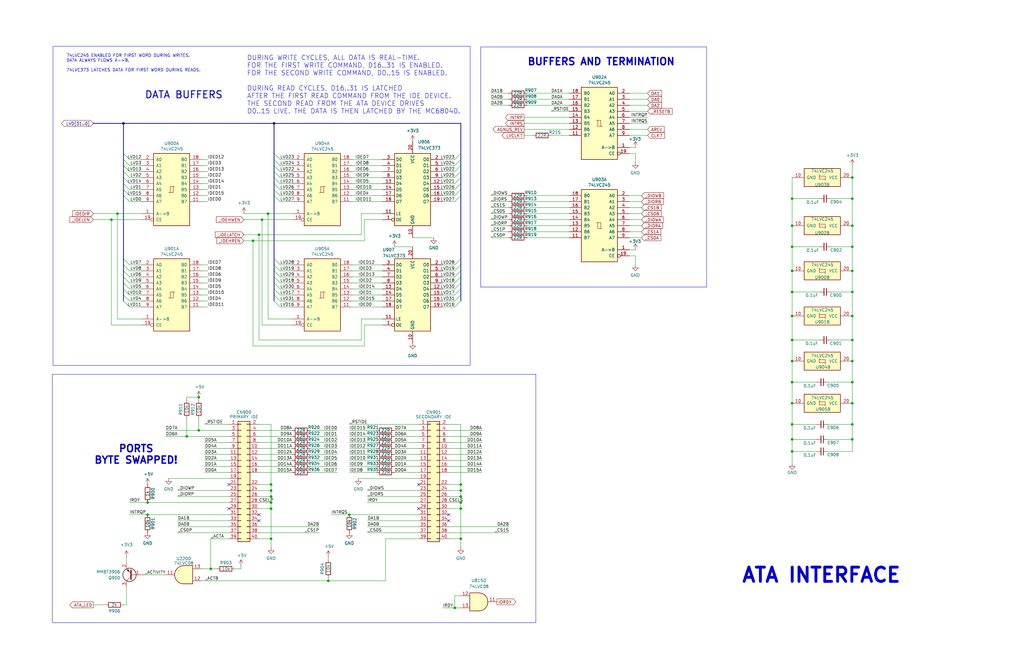
<source format=kicad_sch>
(kicad_sch (version 20231120) (generator "eeschema") (generator_version "8.0")
  (paper "B")
  (title_block (title "AMIGA PCI") (date "2025-07-11") (rev "6.0"))
  (junction (at 334.01 143.51))
  (junction (at 334.01 95.25))
  (junction (at 83.82 181.61))
  (junction (at 109.22 99.06))
  (junction (at 78.74 184.15))
  (junction (at 194.31 214.63))
  (junction (at 191.77 256.54))
  (junction (at 115.57 52.07))
  (junction (at 334.01 83.82))
  (junction (at 334.01 114.3))
  (junction (at 334.01 161.29))
  (junction (at 334.01 133.35))
  (junction (at 46.99 92.71))
  (junction (at 334.01 104.14))
  (junction (at 114.3 214.63))
  (junction (at 62.23 217.17))
  (junction (at 359.41 161.29))
  (junction (at 334.01 179.07))
  (junction (at 194.31 212.09))
  (junction (at 114.3 204.47))
  (junction (at 359.41 170.18))
  (junction (at 359.41 133.35))
  (junction (at 334.01 123.19))
  (junction (at 62.23 212.09))
  (junction (at 334.01 152.4))
  (junction (at 52.07 52.07))
  (junction (at 194.31 207.01))
  (junction (at 334.01 185.42))
  (junction (at 147.32 217.17))
  (junction (at 83.82 167.64))
  (junction (at 359.41 123.19))
  (junction (at 49.53 90.17))
  (junction (at 114.3 207.01))
  (junction (at 359.41 95.25))
  (junction (at 359.41 114.3))
  (junction (at 114.3 227.33))
  (junction (at 138.43 245.11))
  (junction (at 194.31 209.55))
  (junction (at 106.68 101.6))
  (junction (at 114.3 209.55))
  (junction (at 359.41 143.51))
  (junction (at 359.41 104.14))
  (junction (at 194.31 227.33))
  (junction (at 359.41 179.07))
  (junction (at 334.01 190.5))
  (junction (at 334.01 170.18))
  (junction (at 359.41 74.93))
  (junction (at 110.49 92.71))
  (junction (at 114.3 212.09))
  (junction (at 359.41 152.4))
  (junction (at 194.31 204.47))
  (junction (at 359.41 83.82))
  (junction (at 113.03 90.17))
  (junction (at 88.9 240.03))
  (junction (at 359.41 185.42))
  (no_connect (at 109.22 217.17))
  (no_connect (at 109.22 219.71))
  (no_connect (at 176.53 204.47))
  (no_connect (at 189.23 219.71))
  (no_connect (at 189.23 217.17))
  (no_connect (at 96.52 204.47))
  (no_connect (at 176.53 214.63))
  (no_connect (at 96.52 214.63))
  (bus_entry (at 194.31 121.92) (size -2.54 2.54))
  (bus_entry (at 194.31 114.3) (size -2.54 2.54))
  (bus_entry (at 115.57 80.01) (size 2.54 2.54))
  (bus_entry (at 194.31 119.38) (size -2.54 2.54))
  (bus_entry (at 194.31 64.77) (size -2.54 2.54))
  (bus_entry (at 52.07 127) (size 2.54 2.54))
  (bus_entry (at 115.57 124.46) (size 2.54 2.54))
  (bus_entry (at 194.31 116.84) (size -2.54 2.54))
  (bus_entry (at 115.57 82.55) (size 2.54 2.54))
  (bus_entry (at 52.07 72.39) (size 2.54 2.54))
  (bus_entry (at 52.07 114.3) (size 2.54 2.54))
  (bus_entry (at 52.07 121.92) (size 2.54 2.54))
  (bus_entry (at 52.07 119.38) (size 2.54 2.54))
  (bus_entry (at 194.31 67.31) (size -2.54 2.54))
  (bus_entry (at 115.57 127) (size 2.54 2.54))
  (bus_entry (at 115.57 116.84) (size 2.54 2.54))
  (bus_entry (at 52.07 77.47) (size 2.54 2.54))
  (bus_entry (at 194.31 74.93) (size -2.54 2.54))
  (bus_entry (at 115.57 121.92) (size 2.54 2.54))
  (bus_entry (at 52.07 111.76) (size 2.54 2.54))
  (bus_entry (at 194.31 109.22) (size -2.54 2.54))
  (bus_entry (at 52.07 64.77) (size 2.54 2.54))
  (bus_entry (at 115.57 119.38) (size 2.54 2.54))
  (bus_entry (at 194.31 72.39) (size -2.54 2.54))
  (bus_entry (at 115.57 72.39) (size 2.54 2.54))
  (bus_entry (at 115.57 64.77) (size 2.54 2.54))
  (bus_entry (at 194.31 69.85) (size -2.54 2.54))
  (bus_entry (at 115.57 77.47) (size 2.54 2.54))
  (bus_entry (at 115.57 69.85) (size 2.54 2.54))
  (bus_entry (at 115.57 74.93) (size 2.54 2.54))
  (bus_entry (at 115.57 114.3) (size 2.54 2.54))
  (bus_entry (at 194.31 77.47) (size -2.54 2.54))
  (bus_entry (at 52.07 109.22) (size 2.54 2.54))
  (bus_entry (at 194.31 127) (size -2.54 2.54))
  (bus_entry (at 194.31 124.46) (size -2.54 2.54))
  (bus_entry (at 52.07 116.84) (size 2.54 2.54))
  (bus_entry (at 52.07 67.31) (size 2.54 2.54))
  (bus_entry (at 52.07 74.93) (size 2.54 2.54))
  (bus_entry (at 52.07 80.01) (size 2.54 2.54))
  (bus_entry (at 115.57 67.31) (size 2.54 2.54))
  (bus_entry (at 194.31 82.55) (size -2.54 2.54))
  (bus_entry (at 194.31 111.76) (size -2.54 2.54))
  (bus_entry (at 52.07 82.55) (size 2.54 2.54))
  (bus_entry (at 194.31 80.01) (size -2.54 2.54))
  (bus_entry (at 52.07 124.46) (size 2.54 2.54))
  (bus_entry (at 115.57 109.22) (size 2.54 2.54))
  (bus_entry (at 115.57 111.76) (size 2.54 2.54))
  (bus_entry (at 52.07 69.85) (size 2.54 2.54))
  (wire (pts (xy 130.81 181.61) (xy 142.24 181.61)))
  (wire (pts (xy 232.41 46.99) (xy 240.03 46.99)))
  (wire (pts (xy 118.11 127) (xy 123.19 127)))
  (wire (pts (xy 54.61 74.93) (xy 59.69 74.93)))
  (wire (pts (xy 191.77 127) (xy 186.69 127)))
  (wire (pts (xy 222.25 44.45) (xy 240.03 44.45)))
  (wire (pts (xy 78.74 167.64) (xy 83.82 167.64)))
  (wire (pts (xy 222.25 92.71) (xy 240.03 92.71)))
  (wire (pts (xy 86.36 194.31) (xy 96.52 194.31)))
  (wire (pts (xy 222.25 82.55) (xy 240.03 82.55)))
  (wire (pts (xy 189.23 196.85) (xy 203.2 196.85)))
  (wire (pts (xy 54.61 72.39) (xy 59.69 72.39)))
  (bus (pts (xy 52.07 52.07) (xy 39.37 52.07)))
  (wire (pts (xy 359.41 123.19) (xy 359.41 133.35)))
  (wire (pts (xy 54.61 119.38) (xy 59.69 119.38)))
  (wire (pts (xy 87.63 67.31) (xy 85.09 67.31)))
  (wire (pts (xy 191.77 69.85) (xy 186.69 69.85)))
  (wire (pts (xy 334.01 195.58) (xy 334.01 190.5)))
  (wire (pts (xy 118.11 69.85) (xy 123.19 69.85)))
  (wire (pts (xy 78.74 167.64) (xy 78.74 168.91)))
  (wire (pts (xy 151.13 201.93) (xy 176.53 201.93)))
  (wire (pts (xy 87.63 72.39) (xy 85.09 72.39)))
  (bus (pts (xy 194.31 111.76) (xy 194.31 114.3)))
  (wire (pts (xy 220.98 49.53) (xy 240.03 49.53)))
  (wire (pts (xy 49.53 134.62) (xy 59.69 134.62)))
  (wire (pts (xy 359.41 83.82) (xy 350.52 83.82)))
  (wire (pts (xy 87.63 69.85) (xy 85.09 69.85)))
  (wire (pts (xy 130.81 184.15) (xy 142.24 184.15)))
  (wire (pts (xy 265.43 92.71) (xy 270.51 92.71)))
  (wire (pts (xy 69.85 181.61) (xy 83.82 181.61)))
  (wire (pts (xy 334.01 185.42) (xy 334.01 179.07)))
  (wire (pts (xy 207.01 44.45) (xy 214.63 44.45)))
  (bus (pts (xy 115.57 77.47) (xy 115.57 74.93)))
  (bus (pts (xy 194.31 114.3) (xy 194.31 116.84)))
  (wire (pts (xy 138.43 243.84) (xy 138.43 245.11)))
  (wire (pts (xy 173.99 100.33) (xy 182.88 100.33)))
  (bus (pts (xy 115.57 124.46) (xy 115.57 127)))
  (wire (pts (xy 349.25 179.07) (xy 359.41 179.07)))
  (wire (pts (xy 222.25 41.91) (xy 240.03 41.91)))
  (bus (pts (xy 52.07 64.77) (xy 52.07 52.07)))
  (wire (pts (xy 87.63 116.84) (xy 85.09 116.84)))
  (bus (pts (xy 115.57 82.55) (xy 115.57 109.22)))
  (wire (pts (xy 74.93 224.79) (xy 96.52 224.79)))
  (wire (pts (xy 102.87 90.17) (xy 113.03 90.17)))
  (wire (pts (xy 334.01 170.18) (xy 334.01 179.07)))
  (wire (pts (xy 345.44 104.14) (xy 334.01 104.14)))
  (bus (pts (xy 52.07 52.07) (xy 115.57 52.07)))
  (wire (pts (xy 118.11 74.93) (xy 123.19 74.93)))
  (bus (pts (xy 115.57 69.85) (xy 115.57 67.31)))
  (wire (pts (xy 265.43 52.07) (xy 273.05 52.07)))
  (wire (pts (xy 86.36 186.69) (xy 96.52 186.69)))
  (wire (pts (xy 158.75 184.15) (xy 147.32 184.15)))
  (wire (pts (xy 189.23 181.61) (xy 203.2 181.61)))
  (wire (pts (xy 191.77 85.09) (xy 186.69 85.09)))
  (wire (pts (xy 118.11 80.01) (xy 123.19 80.01)))
  (wire (pts (xy 207.01 85.09) (xy 214.63 85.09)))
  (wire (pts (xy 88.9 227.33) (xy 96.52 227.33)))
  (wire (pts (xy 118.11 124.46) (xy 123.19 124.46)))
  (wire (pts (xy 191.77 251.46) (xy 191.77 256.54)))
  (wire (pts (xy 191.77 116.84) (xy 186.69 116.84)))
  (wire (pts (xy 166.37 189.23) (xy 176.53 189.23)))
  (wire (pts (xy 109.22 214.63) (xy 114.3 214.63)))
  (wire (pts (xy 359.41 114.3) (xy 359.41 123.19)))
  (wire (pts (xy 69.85 184.15) (xy 78.74 184.15)))
  (bus (pts (xy 115.57 114.3) (xy 115.57 116.84)))
  (wire (pts (xy 113.03 134.62) (xy 113.03 90.17)))
  (wire (pts (xy 148.59 119.38) (xy 161.29 119.38)))
  (bus (pts (xy 52.07 109.22) (xy 52.07 111.76)))
  (wire (pts (xy 109.22 207.01) (xy 114.3 207.01)))
  (wire (pts (xy 54.61 77.47) (xy 59.69 77.47)))
  (wire (pts (xy 86.36 191.77) (xy 96.52 191.77)))
  (wire (pts (xy 114.3 214.63) (xy 114.3 227.33)))
  (wire (pts (xy 49.53 90.17) (xy 59.69 90.17)))
  (wire (pts (xy 109.22 189.23) (xy 123.19 189.23)))
  (wire (pts (xy 166.37 104.14) (xy 173.99 104.14)))
  (wire (pts (xy 152.4 99.06) (xy 109.22 99.06)))
  (wire (pts (xy 83.82 176.53) (xy 83.82 181.61)))
  (wire (pts (xy 265.43 82.55) (xy 270.51 82.55)))
  (wire (pts (xy 54.61 114.3) (xy 59.69 114.3)))
  (wire (pts (xy 265.43 39.37) (xy 273.05 39.37)))
  (wire (pts (xy 148.59 129.54) (xy 161.29 129.54)))
  (wire (pts (xy 148.59 111.76) (xy 161.29 111.76)))
  (wire (pts (xy 71.12 201.93) (xy 96.52 201.93)))
  (wire (pts (xy 109.22 179.07) (xy 114.3 179.07)))
  (wire (pts (xy 334.01 74.93) (xy 334.01 83.82)))
  (wire (pts (xy 118.11 67.31) (xy 123.19 67.31)))
  (bus (pts (xy 52.07 74.93) (xy 52.07 72.39)))
  (wire (pts (xy 359.41 69.85) (xy 359.41 74.93)))
  (wire (pts (xy 158.75 189.23) (xy 147.32 189.23)))
  (bus (pts (xy 52.07 69.85) (xy 52.07 67.31)))
  (wire (pts (xy 161.29 134.62) (xy 152.4 134.62)))
  (wire (pts (xy 166.37 199.39) (xy 176.53 199.39)))
  (wire (pts (xy 189.23 207.01) (xy 194.31 207.01)))
  (wire (pts (xy 83.82 167.64) (xy 83.82 168.91)))
  (wire (pts (xy 161.29 137.16) (xy 153.67 137.16)))
  (wire (pts (xy 189.23 184.15) (xy 203.2 184.15)))
  (wire (pts (xy 191.77 74.93) (xy 186.69 74.93)))
  (wire (pts (xy 74.93 209.55) (xy 96.52 209.55)))
  (wire (pts (xy 153.67 146.05) (xy 106.68 146.05)))
  (wire (pts (xy 86.36 189.23) (xy 96.52 189.23)))
  (wire (pts (xy 265.43 105.41) (xy 267.97 105.41)))
  (wire (pts (xy 59.69 137.16) (xy 46.99 137.16)))
  (bus (pts (xy 52.07 82.55) (xy 52.07 80.01)))
  (bus (pts (xy 194.31 119.38) (xy 194.31 121.92)))
  (wire (pts (xy 359.41 161.29) (xy 359.41 170.18)))
  (wire (pts (xy 106.68 101.6) (xy 153.67 101.6)))
  (wire (pts (xy 54.61 121.92) (xy 59.69 121.92)))
  (bus (pts (xy 115.57 67.31) (xy 115.57 64.77)))
  (wire (pts (xy 109.22 199.39) (xy 123.19 199.39)))
  (wire (pts (xy 85.09 245.11) (xy 138.43 245.11)))
  (bus (pts (xy 115.57 119.38) (xy 115.57 121.92)))
  (wire (pts (xy 109.22 99.06) (xy 102.87 99.06)))
  (bus (pts (xy 194.31 121.92) (xy 194.31 124.46)))
  (bus (pts (xy 194.31 82.55) (xy 194.31 109.22)))
  (wire (pts (xy 189.23 194.31) (xy 203.2 194.31)))
  (wire (pts (xy 118.11 114.3) (xy 123.19 114.3)))
  (wire (pts (xy 207.01 39.37) (xy 214.63 39.37)))
  (wire (pts (xy 191.77 111.76) (xy 186.69 111.76)))
  (wire (pts (xy 148.59 77.47) (xy 161.29 77.47)))
  (wire (pts (xy 207.01 90.17) (xy 214.63 90.17)))
  (wire (pts (xy 166.37 191.77) (xy 176.53 191.77)))
  (wire (pts (xy 78.74 184.15) (xy 96.52 184.15)))
  (wire (pts (xy 191.77 82.55) (xy 186.69 82.55)))
  (wire (pts (xy 220.98 54.61) (xy 240.03 54.61)))
  (wire (pts (xy 166.37 194.31) (xy 176.53 194.31)))
  (wire (pts (xy 153.67 137.16) (xy 153.67 146.05)))
  (wire (pts (xy 194.31 212.09) (xy 194.31 214.63)))
  (wire (pts (xy 109.22 186.69) (xy 123.19 186.69)))
  (wire (pts (xy 349.25 185.42) (xy 359.41 185.42)))
  (wire (pts (xy 334.01 114.3) (xy 334.01 123.19)))
  (wire (pts (xy 148.59 85.09) (xy 161.29 85.09)))
  (wire (pts (xy 162.56 227.33) (xy 176.53 227.33)))
  (wire (pts (xy 138.43 245.11) (xy 162.56 245.11)))
  (wire (pts (xy 166.37 186.69) (xy 176.53 186.69)))
  (wire (pts (xy 152.4 134.62) (xy 152.4 143.51)))
  (wire (pts (xy 118.11 119.38) (xy 123.19 119.38)))
  (wire (pts (xy 54.61 111.76) (xy 59.69 111.76)))
  (wire (pts (xy 60.96 242.57) (xy 69.85 242.57)))
  (wire (pts (xy 118.11 72.39) (xy 123.19 72.39)))
  (wire (pts (xy 87.63 111.76) (xy 85.09 111.76)))
  (wire (pts (xy 87.63 129.54) (xy 85.09 129.54)))
  (wire (pts (xy 191.77 124.46) (xy 186.69 124.46)))
  (wire (pts (xy 194.31 227.33) (xy 194.31 231.14)))
  (wire (pts (xy 359.41 170.18) (xy 359.41 179.07)))
  (wire (pts (xy 207.01 92.71) (xy 214.63 92.71)))
  (wire (pts (xy 265.43 44.45) (xy 273.05 44.45)))
  (wire (pts (xy 54.61 212.09) (xy 62.23 212.09)))
  (wire (pts (xy 148.59 124.46) (xy 161.29 124.46)))
  (wire (pts (xy 130.81 199.39) (xy 142.24 199.39)))
  (bus (pts (xy 194.31 80.01) (xy 194.31 77.47)))
  (wire (pts (xy 265.43 41.91) (xy 273.05 41.91)))
  (wire (pts (xy 220.98 57.15) (xy 224.79 57.15)))
  (bus (pts (xy 52.07 114.3) (xy 52.07 116.84)))
  (wire (pts (xy 54.61 116.84) (xy 59.69 116.84)))
  (bus (pts (xy 52.07 124.46) (xy 52.07 127)))
  (wire (pts (xy 265.43 95.25) (xy 270.51 95.25)))
  (wire (pts (xy 74.93 219.71) (xy 96.52 219.71)))
  (bus (pts (xy 52.07 116.84) (xy 52.07 119.38)))
  (bus (pts (xy 194.31 109.22) (xy 194.31 111.76)))
  (wire (pts (xy 265.43 49.53) (xy 273.05 49.53)))
  (wire (pts (xy 359.41 152.4) (xy 359.41 161.29)))
  (wire (pts (xy 130.81 186.69) (xy 142.24 186.69)))
  (wire (pts (xy 153.67 101.6) (xy 153.67 92.71)))
  (wire (pts (xy 53.34 234.95) (xy 53.34 237.49)))
  (wire (pts (xy 359.41 74.93) (xy 359.41 83.82)))
  (wire (pts (xy 265.43 62.23) (xy 267.97 62.23)))
  (wire (pts (xy 334.01 95.25) (xy 334.01 104.14)))
  (wire (pts (xy 54.61 127) (xy 59.69 127)))
  (wire (pts (xy 154.94 207.01) (xy 176.53 207.01)))
  (wire (pts (xy 74.93 207.01) (xy 96.52 207.01)))
  (wire (pts (xy 166.37 184.15) (xy 176.53 184.15)))
  (wire (pts (xy 194.31 251.46) (xy 191.77 251.46)))
  (wire (pts (xy 350.52 143.51) (xy 359.41 143.51)))
  (wire (pts (xy 83.82 181.61) (xy 96.52 181.61)))
  (wire (pts (xy 191.77 114.3) (xy 186.69 114.3)))
  (wire (pts (xy 334.01 83.82) (xy 334.01 95.25)))
  (bus (pts (xy 115.57 80.01) (xy 115.57 77.47)))
  (wire (pts (xy 147.32 179.07) (xy 176.53 179.07)))
  (wire (pts (xy 152.4 143.51) (xy 109.22 143.51)))
  (bus (pts (xy 194.31 116.84) (xy 194.31 119.38)))
  (wire (pts (xy 344.17 179.07) (xy 334.01 179.07)))
  (wire (pts (xy 191.77 72.39) (xy 186.69 72.39)))
  (wire (pts (xy 207.01 97.79) (xy 214.63 97.79)))
  (bus (pts (xy 115.57 111.76) (xy 115.57 114.3)))
  (wire (pts (xy 189.23 189.23) (xy 203.2 189.23)))
  (wire (pts (xy 109.22 212.09) (xy 114.3 212.09)))
  (wire (pts (xy 222.25 39.37) (xy 240.03 39.37)))
  (wire (pts (xy 158.75 191.77) (xy 147.32 191.77)))
  (wire (pts (xy 54.61 85.09) (xy 59.69 85.09)))
  (wire (pts (xy 52.07 255.27) (xy 53.34 255.27)))
  (wire (pts (xy 148.59 127) (xy 161.29 127)))
  (bus (pts (xy 194.31 82.55) (xy 194.31 80.01)))
  (wire (pts (xy 138.43 234.95) (xy 138.43 236.22)))
  (wire (pts (xy 189.23 212.09) (xy 194.31 212.09)))
  (wire (pts (xy 62.23 217.17) (xy 96.52 217.17)))
  (bus (pts (xy 115.57 52.07) (xy 194.31 52.07)))
  (wire (pts (xy 87.63 82.55) (xy 85.09 82.55)))
  (wire (pts (xy 334.01 123.19) (xy 334.01 133.35)))
  (wire (pts (xy 189.23 191.77) (xy 203.2 191.77)))
  (wire (pts (xy 154.94 224.79) (xy 176.53 224.79)))
  (wire (pts (xy 114.3 207.01) (xy 114.3 209.55)))
  (wire (pts (xy 109.22 191.77) (xy 123.19 191.77)))
  (wire (pts (xy 87.63 80.01) (xy 85.09 80.01)))
  (wire (pts (xy 189.23 204.47) (xy 194.31 204.47)))
  (wire (pts (xy 207.01 100.33) (xy 214.63 100.33)))
  (wire (pts (xy 114.3 209.55) (xy 114.3 212.09)))
  (wire (pts (xy 101.6 240.03) (xy 99.06 240.03)))
  (wire (pts (xy 152.4 90.17) (xy 152.4 99.06)))
  (wire (pts (xy 54.61 67.31) (xy 59.69 67.31)))
  (bus (pts (xy 115.57 64.77) (xy 115.57 52.07)))
  (wire (pts (xy 110.49 137.16) (xy 110.49 92.71)))
  (wire (pts (xy 359.41 83.82) (xy 359.41 95.25)))
  (wire (pts (xy 130.81 191.77) (xy 142.24 191.77)))
  (bus (pts (xy 194.31 72.39) (xy 194.31 69.85)))
  (wire (pts (xy 87.63 127) (xy 85.09 127)))
  (wire (pts (xy 154.94 219.71) (xy 176.53 219.71)))
  (bus (pts (xy 194.31 74.93) (xy 194.31 72.39)))
  (wire (pts (xy 191.77 67.31) (xy 186.69 67.31)))
  (wire (pts (xy 54.61 124.46) (xy 59.69 124.46)))
  (wire (pts (xy 359.41 95.25) (xy 359.41 104.14)))
  (wire (pts (xy 265.43 54.61) (xy 273.05 54.61)))
  (wire (pts (xy 189.23 214.63) (xy 194.31 214.63)))
  (wire (pts (xy 114.3 212.09) (xy 114.3 214.63)))
  (wire (pts (xy 118.11 121.92) (xy 123.19 121.92)))
  (wire (pts (xy 53.34 255.27) (xy 53.34 247.65)))
  (wire (pts (xy 265.43 57.15) (xy 273.05 57.15)))
  (wire (pts (xy 39.37 92.71) (xy 46.99 92.71)))
  (wire (pts (xy 46.99 137.16) (xy 46.99 92.71)))
  (bus (pts (xy 194.31 77.47) (xy 194.31 74.93)))
  (bus (pts (xy 194.31 67.31) (xy 194.31 64.77)))
  (wire (pts (xy 158.75 199.39) (xy 147.32 199.39)))
  (wire (pts (xy 194.31 204.47) (xy 194.31 207.01)))
  (wire (pts (xy 359.41 185.42) (xy 359.41 190.5)))
  (wire (pts (xy 139.7 217.17) (xy 147.32 217.17)))
  (bus (pts (xy 52.07 72.39) (xy 52.07 69.85)))
  (wire (pts (xy 158.75 181.61) (xy 147.32 181.61)))
  (wire (pts (xy 148.59 67.31) (xy 161.29 67.31)))
  (bus (pts (xy 52.07 111.76) (xy 52.07 114.3)))
  (bus (pts (xy 52.07 82.55) (xy 52.07 109.22)))
  (wire (pts (xy 114.3 179.07) (xy 114.3 204.47)))
  (wire (pts (xy 85.09 240.03) (xy 88.9 240.03)))
  (wire (pts (xy 109.22 227.33) (xy 114.3 227.33)))
  (wire (pts (xy 359.41 143.51) (xy 359.41 152.4)))
  (wire (pts (xy 109.22 181.61) (xy 123.19 181.61)))
  (wire (pts (xy 62.23 212.09) (xy 96.52 212.09)))
  (wire (pts (xy 87.63 85.09) (xy 85.09 85.09)))
  (wire (pts (xy 113.03 90.17) (xy 123.19 90.17)))
  (wire (pts (xy 191.77 77.47) (xy 186.69 77.47)))
  (wire (pts (xy 207.01 41.91) (xy 214.63 41.91)))
  (wire (pts (xy 130.81 196.85) (xy 142.24 196.85)))
  (wire (pts (xy 109.22 209.55) (xy 114.3 209.55)))
  (wire (pts (xy 87.63 124.46) (xy 85.09 124.46)))
  (wire (pts (xy 222.25 85.09) (xy 240.03 85.09)))
  (wire (pts (xy 130.81 194.31) (xy 142.24 194.31)))
  (bus (pts (xy 52.07 77.47) (xy 52.07 74.93)))
  (wire (pts (xy 114.3 227.33) (xy 114.3 231.14)))
  (wire (pts (xy 118.11 111.76) (xy 123.19 111.76)))
  (wire (pts (xy 359.41 104.14) (xy 350.52 104.14)))
  (wire (pts (xy 118.11 77.47) (xy 123.19 77.47)))
  (wire (pts (xy 54.61 69.85) (xy 59.69 69.85)))
  (wire (pts (xy 222.25 100.33) (xy 240.03 100.33)))
  (wire (pts (xy 350.52 123.19) (xy 359.41 123.19)))
  (wire (pts (xy 148.59 80.01) (xy 161.29 80.01)))
  (wire (pts (xy 222.25 95.25) (xy 240.03 95.25)))
  (wire (pts (xy 109.22 184.15) (xy 123.19 184.15)))
  (wire (pts (xy 345.44 123.19) (xy 334.01 123.19)))
  (bus (pts (xy 194.31 124.46) (xy 194.31 127)))
  (wire (pts (xy 118.11 129.54) (xy 123.19 129.54)))
  (wire (pts (xy 344.17 190.5) (xy 334.01 190.5)))
  (wire (pts (xy 222.25 90.17) (xy 240.03 90.17)))
  (wire (pts (xy 191.77 256.54) (xy 194.31 256.54)))
  (wire (pts (xy 191.77 80.01) (xy 186.69 80.01)))
  (wire (pts (xy 87.63 114.3) (xy 85.09 114.3)))
  (bus (pts (xy 52.07 67.31) (xy 52.07 64.77)))
  (wire (pts (xy 222.25 87.63) (xy 240.03 87.63)))
  (wire (pts (xy 207.01 95.25) (xy 214.63 95.25)))
  (wire (pts (xy 222.25 97.79) (xy 240.03 97.79)))
  (wire (pts (xy 207.01 87.63) (xy 214.63 87.63)))
  (wire (pts (xy 267.97 64.77) (xy 265.43 64.77)))
  (bus (pts (xy 115.57 121.92) (xy 115.57 124.46)))
  (bus (pts (xy 115.57 82.55) (xy 115.57 80.01)))
  (wire (pts (xy 46.99 92.71) (xy 59.69 92.71)))
  (wire (pts (xy 87.63 119.38) (xy 85.09 119.38)))
  (wire (pts (xy 109.22 143.51) (xy 109.22 99.06)))
  (wire (pts (xy 189.23 209.55) (xy 194.31 209.55)))
  (wire (pts (xy 154.94 222.25) (xy 176.53 222.25)))
  (wire (pts (xy 162.56 245.11) (xy 162.56 227.33)))
  (wire (pts (xy 110.49 92.71) (xy 123.19 92.71)))
  (wire (pts (xy 189.23 179.07) (xy 194.31 179.07)))
  (bus (pts (xy 52.07 80.01) (xy 52.07 77.47)))
  (wire (pts (xy 359.41 104.14) (xy 359.41 114.3)))
  (wire (pts (xy 265.43 97.79) (xy 270.51 97.79)))
  (wire (pts (xy 189.23 186.69) (xy 203.2 186.69)))
  (wire (pts (xy 78.74 176.53) (xy 78.74 184.15)))
  (bus (pts (xy 52.07 119.38) (xy 52.07 121.92)))
  (wire (pts (xy 191.77 119.38) (xy 186.69 119.38)))
  (wire (pts (xy 158.75 186.69) (xy 147.32 186.69)))
  (wire (pts (xy 147.32 217.17) (xy 176.53 217.17)))
  (wire (pts (xy 334.01 190.5) (xy 334.01 185.42)))
  (wire (pts (xy 194.31 209.55) (xy 194.31 212.09)))
  (wire (pts (xy 123.19 137.16) (xy 110.49 137.16)))
  (bus (pts (xy 115.57 72.39) (xy 115.57 69.85)))
  (wire (pts (xy 87.63 77.47) (xy 85.09 77.47)))
  (wire (pts (xy 158.75 194.31) (xy 147.32 194.31)))
  (wire (pts (xy 334.01 143.51) (xy 334.01 152.4)))
  (wire (pts (xy 359.41 179.07) (xy 359.41 185.42)))
  (wire (pts (xy 109.22 222.25) (xy 134.62 222.25)))
  (wire (pts (xy 220.98 52.07) (xy 240.03 52.07)))
  (wire (pts (xy 166.37 181.61) (xy 176.53 181.61)))
  (wire (pts (xy 194.31 179.07) (xy 194.31 204.47)))
  (wire (pts (xy 101.6 238.76) (xy 101.6 240.03)))
  (wire (pts (xy 334.01 104.14) (xy 334.01 114.3)))
  (wire (pts (xy 265.43 85.09) (xy 270.51 85.09)))
  (wire (pts (xy 334.01 152.4) (xy 334.01 161.29)))
  (wire (pts (xy 189.23 227.33) (xy 194.31 227.33)))
  (wire (pts (xy 113.03 134.62) (xy 123.19 134.62)))
  (wire (pts (xy 189.23 222.25) (xy 214.63 222.25)))
  (wire (pts (xy 109.22 196.85) (xy 123.19 196.85)))
  (wire (pts (xy 106.68 146.05) (xy 106.68 101.6)))
  (wire (pts (xy 344.17 185.42) (xy 334.01 185.42)))
  (wire (pts (xy 86.36 196.85) (xy 96.52 196.85)))
  (wire (pts (xy 109.22 204.47) (xy 114.3 204.47)))
  (wire (pts (xy 194.31 214.63) (xy 194.31 227.33)))
  (wire (pts (xy 166.37 196.85) (xy 176.53 196.85)))
  (wire (pts (xy 86.36 199.39) (xy 96.52 199.39)))
  (wire (pts (xy 194.31 207.01) (xy 194.31 209.55)))
  (wire (pts (xy 87.63 121.92) (xy 85.09 121.92)))
  (wire (pts (xy 39.37 255.27) (xy 44.45 255.27)))
  (wire (pts (xy 349.25 161.29) (xy 359.41 161.29)))
  (wire (pts (xy 265.43 100.33) (xy 270.51 100.33)))
  (wire (pts (xy 130.81 189.23) (xy 142.24 189.23)))
  (wire (pts (xy 186.69 256.54) (xy 191.77 256.54)))
  (wire (pts (xy 118.11 116.84) (xy 123.19 116.84)))
  (wire (pts (xy 109.22 194.31) (xy 123.19 194.31)))
  (wire (pts (xy 207.01 82.55) (xy 214.63 82.55)))
  (wire (pts (xy 334.01 133.35) (xy 334.01 143.51)))
  (wire (pts (xy 359.41 133.35) (xy 359.41 143.51)))
  (wire (pts (xy 189.23 199.39) (xy 203.2 199.39)))
  (wire (pts (xy 118.11 85.09) (xy 123.19 85.09)))
  (wire (pts (xy 189.23 224.79) (xy 214.63 224.79)))
  (wire (pts (xy 148.59 82.55) (xy 161.29 82.55)))
  (wire (pts (xy 88.9 227.33) (xy 88.9 240.03)))
  (wire (pts (xy 148.59 72.39) (xy 161.29 72.39)))
  (bus (pts (xy 115.57 109.22) (xy 115.57 111.76)))
  (wire (pts (xy 154.94 209.55) (xy 176.53 209.55)))
  (wire (pts (xy 54.61 129.54) (xy 59.69 129.54)))
  (wire (pts (xy 148.59 114.3) (xy 161.29 114.3)))
  (wire (pts (xy 102.87 92.71) (xy 110.49 92.71)))
  (wire (pts (xy 158.75 196.85) (xy 147.32 196.85)))
  (wire (pts (xy 232.41 57.15) (xy 240.03 57.15)))
  (wire (pts (xy 349.25 190.5) (xy 359.41 190.5)))
  (wire (pts (xy 88.9 240.03) (xy 91.44 240.03)))
  (wire (pts (xy 344.17 161.29) (xy 334.01 161.29)))
  (wire (pts (xy 153.67 92.71) (xy 161.29 92.71)))
  (wire (pts (xy 54.61 217.17) (xy 62.23 217.17)))
  (bus (pts (xy 52.07 121.92) (xy 52.07 124.46)))
  (bus (pts (xy 115.57 74.93) (xy 115.57 72.39)))
  (wire (pts (xy 267.97 64.77) (xy 267.97 68.58)))
  (wire (pts (xy 154.94 212.09) (xy 176.53 212.09)))
  (wire (pts (xy 345.44 143.51) (xy 334.01 143.51)))
  (wire (pts (xy 161.29 90.17) (xy 152.4 90.17)))
  (wire (pts (xy 148.59 74.93) (xy 161.29 74.93)))
  (wire (pts (xy 148.59 121.92) (xy 161.29 121.92)))
  (wire (pts (xy 109.22 224.79) (xy 134.62 224.79)))
  (wire (pts (xy 267.97 107.95) (xy 265.43 107.95)))
  (wire (pts (xy 334.01 161.29) (xy 334.01 170.18)))
  (bus (pts (xy 194.31 69.85) (xy 194.31 67.31)))
  (wire (pts (xy 265.43 46.99) (xy 273.05 46.99)))
  (wire (pts (xy 148.59 69.85) (xy 161.29 69.85)))
  (wire (pts (xy 39.37 90.17) (xy 49.53 90.17)))
  (wire (pts (xy 54.61 82.55) (xy 59.69 82.55)))
  (wire (pts (xy 191.77 121.92) (xy 186.69 121.92)))
  (wire (pts (xy 118.11 82.55) (xy 123.19 82.55)))
  (bus (pts (xy 115.57 116.84) (xy 115.57 119.38)))
  (wire (pts (xy 114.3 204.47) (xy 114.3 207.01)))
  (wire (pts (xy 86.36 179.07) (xy 96.52 179.07)))
  (wire (pts (xy 265.43 90.17) (xy 270.51 90.17)))
  (wire (pts (xy 267.97 107.95) (xy 267.97 111.76)))
  (wire (pts (xy 54.61 80.01) (xy 59.69 80.01)))
  (wire (pts (xy 74.93 222.25) (xy 96.52 222.25)))
  (wire (pts (xy 49.53 134.62) (xy 49.53 90.17)))
  (wire (pts (xy 265.43 87.63) (xy 270.51 87.63)))
  (wire (pts (xy 191.77 129.54) (xy 186.69 129.54)))
  (wire (pts (xy 102.87 101.6) (xy 106.68 101.6)))
  (wire (pts (xy 148.59 116.84) (xy 161.29 116.84)))
  (bus (pts (xy 194.31 64.77) (xy 194.31 52.07)))
  (wire (pts (xy 345.44 83.82) (xy 334.01 83.82)))
  (wire (pts (xy 87.63 74.93) (xy 85.09 74.93)))
  (rectangle (start 202.692 19.812) (end 297.942 121.158))
  (rectangle (start 22.087 157.96) (end 225.97 262.756))
  (rectangle (start 22.352 19.558) (end 198.247 154.178))
  (text "BUFFERS AND TERMINATION" (at 222.25 27.94 0) (effects (font (size 3 3) (bold yes)) (justify left bottom)))
  (text "DATA BUFFERS" (at 60.96 41.91 0) (effects (font (size 3 3) (thickness 0.4) (bold yes)) (justify left bottom)))
  (text "74LVC245 ENABLED FOR FIRST WORD DURING WRITES.\nDATA ALWAYS FLOWS A->B.\n\n74LVC373 LATCHES DATA FOR FIRST WORD DURING READS." (at 27.94 30.48 0) (effects (font (size 1.27 1.27)) (justify left bottom)))
  (text "ATA INTERFACE" (at 312.42 246.38 0) (effects (font (size 6 6) (thickness 1.2) (bold yes)) (justify left bottom)))
  (text "PORTS\nBYTE SWAPPED!" (at 57.404 196.088 0) (effects (font (size 3 3) (thickness 0.6) (bold yes)) (justify bottom)))
  (text "DURING WRITE CYCLES, ALL DATA IS REAL-TIME. \nFOR THE FIRST WRITE COMMAND, D16..31 IS ENABLED.\nFOR THE SECOND WRITE COMMAND, D0..15 IS ENABLED.\n\nDURING READ CYCLES, D16..31 IS LATCHED \nAFTER THE FIRST READ COMMAND FROM THE IDE DEVICE.\nTHE SECOND READ FROM THE ATA DEVICE DRIVES\nD0..15 LIVE. THE DATA IS THEN LATCHED BY THE MC68040." (at 104.14 48.26 0) (effects (font (size 2 2)) (justify left bottom)))
  (label "DD12A" (at 203.2 191.77 180))
  (label "IRDY" (at 186.69 256.54 0))
  (label "_CS0S" (at 154.94 224.79 0))
  (label "LVD17" (at 118.11 124.46 0))
  (label "LVD20" (at 191.77 82.55 180))
  (label "IDED8" (at 87.63 114.3 0))
  (label "DD5A" (at 86.36 186.69 0))
  (label "IDED10" (at 149.86 80.01 0))
  (label "DD0A" (at 86.36 199.39 0))
  (label "LVD14" (at 59.69 77.47 180))
  (label "DD1A" (at 166.37 196.85 0))
  (label "LVD13" (at 59.69 72.39 180))
  (label "IDED9" (at 149.86 74.93 0))
  (label "DD13A" (at 203.2 194.31 180))
  (label "DD6A" (at 166.37 184.15 0))
  (label "LVD11" (at 59.69 129.54 180))
  (label "IDED1" (at 151.13 124.46 0))
  (label "DA1B" (at 74.93 219.71 0))
  (label "DD3A" (at 86.36 191.77 0))
  (label "DD3A" (at 166.37 191.77 0))
  (label "IDED4" (at 149.86 82.55 0))
  (label "LVD19" (at 191.77 114.3 180))
  (label "INTRQS" (at 273.05 52.07 180))
  (label "DD1A" (at 86.36 196.85 0))
  (label "LVD26" (at 191.77 80.01 180))
  (label "IDED13" (at 147.32 186.69 0))
  (label "LVD28" (at 118.11 111.76 0))
  (label "_DIOWP" (at 207.01 92.71 0))
  (label "DD2A" (at 166.37 194.31 0))
  (label "IDED13" (at 87.63 72.39 0))
  (label "LVD7" (at 59.69 111.76 180))
  (label "IDED0" (at 151.13 129.54 0))
  (label "_DIORS" (at 207.01 85.09 0))
  (label "DD15A" (at 203.2 199.39 180))
  (label "DD6A" (at 69.85 184.15 0))
  (label "IDED14" (at 151.13 121.92 0))
  (label "_DIORP" (at 207.01 95.25 0))
  (label "LVD21" (at 118.11 77.47 0))
  (label "IDED12" (at 147.32 189.23 0))
  (label "IDED4" (at 142.24 191.77 180))
  (label "DD9A" (at 203.2 184.15 180))
  (label "_ACTB" (at 86.36 245.11 0))
  (label "IDED8" (at 147.32 199.39 0))
  (label "LVD26" (at 118.11 80.01 0))
  (label "LVD16" (at 118.11 129.54 0))
  (label "LVD2" (at 59.69 74.93 180))
  (label "DA2A" (at 232.41 44.45 0))
  (label "_RSTIDE" (at 232.41 46.99 0))
  (label "LVD20" (at 118.11 82.55 0))
  (label "LVD24" (at 191.77 69.85 180))
  (label "LVD8" (at 59.69 114.3 180))
  (label "IDED6" (at 87.63 116.84 0))
  (label "IDED14" (at 87.63 77.47 0))
  (label "DD9A" (at 123.19 184.15 180))
  (label "LVD22" (at 191.77 72.39 180))
  (label "LVD3" (at 59.69 69.85 180))
  (label "LVD0" (at 59.69 85.09 180))
  (label "LVD29" (at 191.77 116.84 180))
  (label "LVD23" (at 191.77 67.31 180))
  (label "IDED10" (at 87.63 124.46 0))
  (label "LVD9" (at 59.69 119.38 180))
  (label "DD5A" (at 166.37 186.69 0))
  (label "IDED6" (at 149.86 72.39 0))
  (label "DA1B" (at 154.94 219.71 0))
  (label "DD11A" (at 123.19 189.23 180))
  (label "LVD23" (at 118.11 67.31 0))
  (label "_DIOWS" (at 154.94 207.01 0))
  (label "IDED7" (at 142.24 199.39 180))
  (label "IDED3" (at 151.13 114.3 0))
  (label "LVD22" (at 118.11 72.39 0))
  (label "IRDY" (at 54.61 212.09 0))
  (label "_CS1P" (at 134.62 224.79 180))
  (label "_DIOWS" (at 207.01 82.55 0))
  (label "IDED8" (at 149.86 69.85 0))
  (label "_CS1P" (at 207.01 97.79 0))
  (label "INTRQP" (at 54.61 217.17 0))
  (label "IDED15" (at 147.32 181.61 0))
  (label "IDED15" (at 87.63 82.55 0))
  (label "IDED1" (at 142.24 184.15 180))
  (label "IDED6" (at 142.24 196.85 180))
  (label "LVD31" (at 191.77 127 180))
  (label "_CS0P" (at 74.93 224.79 0))
  (label "DD10A" (at 123.19 186.69 180))
  (label "IDED0" (at 142.24 181.61 180))
  (label "IDED3" (at 87.63 69.85 0))
  (label "CSELP" (at 109.22 212.09 0))
  (label "LVD6" (at 59.69 116.84 180))
  (label "IDED5" (at 142.24 194.31 180))
  (label "DD0A" (at 166.37 199.39 0))
  (label "DD15A" (at 123.19 199.39 180))
  (label "LVD30" (at 118.11 121.92 0))
  (label "IDED11" (at 149.86 85.09 0))
  (label "LVD24" (at 118.11 69.85 0))
  (label "LVD25" (at 191.77 74.93 180))
  (label "_ACTA" (at 88.9 227.33 0))
  (label "LVD30" (at 191.77 121.92 180))
  (label "DD8A" (at 203.2 181.61 180))
  (label "IDED15" (at 151.13 127 0))
  (label "IDED11" (at 87.63 129.54 0))
  (label "LVD27" (at 191.77 85.09 180))
  (label "LVD17" (at 191.77 124.46 180))
  (label "LVD10" (at 59.69 124.46 180))
  (label "IDED0" (at 87.63 85.09 0))
  (label "DA0A" (at 232.41 41.91 0))
  (label "IDED13" (at 151.13 116.84 0))
  (label "DA2B" (at 214.63 222.25 180))
  (label "LVD15" (at 59.69 82.55 180))
  (label "LVD21" (at 191.77 77.47 180))
  (label "_ACTIVITY" (at 69.85 242.57 180))
  (label "DD8A" (at 123.19 181.61 180))
  (label "LVD27" (at 118.11 85.09 0))
  (label "IDED7" (at 149.86 67.31 0))
  (label "IDED10" (at 147.32 194.31 0))
  (label "IDED1" (at 87.63 80.01 0))
  (label "LVD19" (at 118.11 114.3 0))
  (label "_CS0S" (at 207.01 90.17 0))
  (label "IDED14" (at 147.32 184.15 0))
  (label "IDED12" (at 87.63 67.31 0))
  (label "_CS1S" (at 214.63 224.79 180))
  (label "_RSTIDE" (at 86.36 179.07 0))
  (label "DA2B" (at 207.01 44.45 0))
  (label "_DIORS" (at 154.94 209.55 0))
  (label "DD14A" (at 123.19 196.85 180))
  (label "LVD28" (at 191.77 111.76 180))
  (label "DD7A" (at 69.85 181.61 0))
  (label "LVD12" (at 59.69 67.31 180))
  (label "IDED3" (at 142.24 189.23 180))
  (label "LVD25" (at 118.11 74.93 0))
  (label "DD4A" (at 86.36 189.23 0))
  (label "INTRQP" (at 273.05 49.53 180))
  (label "CSELS" (at 189.23 212.09 0))
  (label "IDED9" (at 147.32 196.85 0))
  (label "DD11A" (at 203.2 189.23 180))
  (label "DD4A" (at 166.37 189.23 0))
  (label "LVD16" (at 191.77 129.54 180))
  (label "LVD18" (at 191.77 119.38 180))
  (label "_DIORP" (at 74.93 209.55 0))
  (label "IRDY" (at 154.94 212.09 0))
  (label "IDED11" (at 147.32 191.77 0))
  (label "DA0B" (at 154.94 222.25 0))
  (label "DD7A" (at 166.37 181.61 0))
  (label "DD13A" (at 123.19 194.31 180))
  (label "IDED12" (at 151.13 111.76 0))
  (label "_CS1S" (at 207.01 87.63 0))
  (label "DA2B" (at 134.62 222.25 180))
  (label "DD2A" (at 86.36 194.31 0))
  (label "IDED2" (at 142.24 186.69 180))
  (label "IDED7" (at 87.63 111.76 0))
  (label "DA1B" (at 207.01 39.37 0))
  (label "DA0B" (at 74.93 222.25 0))
  (label "_RSTIDE" (at 147.32 179.07 0))
  (label "_CS0P" (at 207.01 100.33 0))
  (label "LVD18" (at 118.11 119.38 0))
  (label "LVD31" (at 118.11 127 0))
  (label "_DIOWP" (at 74.93 207.01 0))
  (label "DD12A" (at 123.19 191.77 180))
  (label "IDED5" (at 149.86 77.47 0))
  (label "LVD4" (at 59.69 127 180))
  (label "INTRQS" (at 139.7 217.17 0))
  (label "DA0B" (at 207.01 41.91 0))
  (label "IDED5" (at 87.63 121.92 0))
  (label "LVD1" (at 59.69 80.01 180))
  (label "IDED9" (at 87.63 119.38 0))
  (label "LVD5" (at 59.69 121.92 180))
  (label "DD10A" (at 203.2 186.69 180))
  (label "DD14A" (at 203.2 196.85 180))
  (label "IDED2" (at 87.63 74.93 0))
  (label "LVD29" (at 118.11 116.84 0))
  (label "DA1A" (at 232.41 39.37 0))
  (label "IDED2" (at 151.13 119.38 0))
  (label "IDED4" (at 87.63 127 0))
  (global_label "_CS1B" (shape input) (at 270.51 87.63 0) (property "Intersheetrefs" "${INTERSHEET_REFS}" (at 279.3424 87.63 0) (effects (justify left))))
  (global_label "LVCLK7" (shape output) (at 220.98 57.15 180) (property "Intersheetrefs" "${INTERSHEET_REFS}" (at 211.1005 57.15 0) (effects (justify right))))
  (global_label "_DIOWB" (shape input) (at 270.51 82.55 0) (property "Intersheetrefs" "${INTERSHEET_REFS}" (at 280.3101 82.55 0) (effects (justify left))))
  (global_label "_CS0B" (shape input) (at 270.51 90.17 0) (property "Intersheetrefs" "${INTERSHEET_REFS}" (at 279.3424 90.17 0) (effects (justify left))))
  (global_label "DA1" (shape input) (at 273.05 39.37 0) (property "Intersheetrefs" "${INTERSHEET_REFS}" (at 279.6033 39.37 0) (effects (justify left))))
  (global_label "_IDELEN" (shape input) (at 39.37 92.71 180) (property "Intersheetrefs" "${INTERSHEET_REFS}" (at 28.9652 92.71 0) (effects (justify right))))
  (global_label "AREV" (shape input) (at 273.05 54.61 0) (property "Intersheetrefs" "${INTERSHEET_REFS}" (at 280.6314 54.61 0) (effects (justify left))))
  (global_label "AGNUS_REV" (shape output) (at 220.98 54.61 180) (property "Intersheetrefs" "${INTERSHEET_REFS}" (at 207.2905 54.61 0) (effects (justify right))))
  (global_label "ATA_LED" (shape output) (at 39.37 255.27 180) (property "Intersheetrefs" "${INTERSHEET_REFS}" (at 28.8253 255.27 0) (effects (justify right))))
  (global_label "_DIOWA" (shape input) (at 270.51 92.71 0) (property "Intersheetrefs" "${INTERSHEET_REFS}" (at 280.1287 92.71 0) (effects (justify left))))
  (global_label "DA2" (shape input) (at 273.05 44.45 0) (property "Intersheetrefs" "${INTERSHEET_REFS}" (at 279.6033 44.45 0) (effects (justify left))))
  (global_label "_CS0A" (shape input) (at 270.51 100.33 0) (property "Intersheetrefs" "${INTERSHEET_REFS}" (at 279.161 100.33 0) (effects (justify left))))
  (global_label "IORDY" (shape output) (at 209.55 254 0) (property "Intersheetrefs" "${INTERSHEET_REFS}" (at 217.438 253.9206 0) (effects (justify left))))
  (global_label "IDEDIR" (shape input) (at 39.37 90.17 180) (effects (font (size 1.2954 1.2954))) (property "Intersheetrefs" "${INTERSHEET_REFS}" (at 31.3436 90.1192 0) (effects (justify right))))
  (global_label "_IDEHWEN" (shape input) (at 102.87 92.71 180) (property "Intersheetrefs" "${INTERSHEET_REFS}" (at 90.632 92.71 0) (effects (justify right))))
  (global_label "LVD[31..0]" (shape bidirectional) (at 39.37 52.07 180) (property "Intersheetrefs" "${INTERSHEET_REFS}" (at 42.545 54.991 0) (effects (justify right))))
  (global_label "_DIORB" (shape input) (at 270.51 85.09 0) (property "Intersheetrefs" "${INTERSHEET_REFS}" (at 280.1287 85.09 0) (effects (justify left))))
  (global_label "_CS1A" (shape input) (at 270.51 97.79 0) (property "Intersheetrefs" "${INTERSHEET_REFS}" (at 279.161 97.79 0) (effects (justify left))))
  (global_label "INTRP" (shape output) (at 220.98 49.53 180) (property "Intersheetrefs" "${INTERSHEET_REFS}" (at 212.5519 49.53 0) (effects (justify right))))
  (global_label "_IDEHREN" (shape input) (at 102.87 101.6 180) (property "Intersheetrefs" "${INTERSHEET_REFS}" (at 90.8134 101.6 0) (effects (justify right))))
  (global_label "_IDELATCH" (shape input) (at 102.87 99.06 180) (property "Intersheetrefs" "${INTERSHEET_REFS}" (at 90.288 99.06 0) (effects (justify right))))
  (global_label "INTRS" (shape output) (at 220.98 52.07 180) (property "Intersheetrefs" "${INTERSHEET_REFS}" (at 212.6124 52.07 0) (effects (justify right))))
  (global_label "_RESETB" (shape input) (at 273.05 46.99 0) (property "Intersheetrefs" "${INTERSHEET_REFS}" (at 284.0179 46.99 0) (effects (justify left))))
  (global_label "CLK7" (shape input) (at 273.05 57.15 0) (property "Intersheetrefs" "${INTERSHEET_REFS}" (at 280.8128 57.15 0) (effects (justify left))))
  (global_label "DA0" (shape input) (at 273.05 41.91 0) (property "Intersheetrefs" "${INTERSHEET_REFS}" (at 279.6033 41.91 0) (effects (justify left))))
  (global_label "_DIORA" (shape input) (at 270.51 95.25 0) (property "Intersheetrefs" "${INTERSHEET_REFS}" (at 279.9473 95.25 0) (effects (justify left))))
  (symbol (lib_id "Device:R") (at 218.44 44.45 270) (unit 1)
    (property "Reference" "R909" (at 221.234 43.18 90) (effects (justify left)))
    (property "Value" "22R" (at 216.408 44.45 90) (effects (justify left)))
    (property "Footprint" "Resistor_SMD:R_0603_1608Metric" (effects (hide yes)))
  )
  (symbol (lib_id "Device:C_Small") (at 346.71 185.42 270) (unit 1)
    (property "Reference" "C907" (at 348.742 186.817 90) (effects (justify left)))
    (property "Value" "0.1uF" (at 338.709 186.944 90) (effects (justify left)))
    (property "Footprint" "Capacitor_SMD:C_0603_1608Metric" (effects (hide yes)))
  )
  (symbol (lib_id "AmigaPCI-Symbols:Conn_02x20_IDE") (at 101.6 201.93 0) (unit 1)
    (property "Reference" "CN900" (at 102.87 173.99 0))
    (property "Value" "PRIMARY IDE" (at 102.87 175.911 0))
    (property "Footprint" "AmigaPCI:ATA_Header_2x20_P2.54mm" (effects (hide yes)))
  )
  (symbol (lib_id "AmigaPCI-Symbols:74LVC245") (at 346.71 95.25 270) (unit 2)
    (property "Reference" "U902" (at 346.71 98.298 90))
    (property "Value" "74LVC245" (at 346.71 92.456 90))
    (property "Footprint" "Package_SO:TSSOP-20_4.4x6.5mm_P0.65mm" (effects (hide yes)))
    (property "Datasheet" "http://www.ti.com/lit/gpn/sn74LS245" (effects (hide yes)))
  )
  (symbol (lib_id "Device:R") (at 162.56 181.61 90) (mirror x) (unit 1)
    (property "Reference" "R921" (at 159.766 180.34 90) (effects (justify left)))
    (property "Value" "22R" (at 164.592 181.61 90) (effects (justify left)))
    (property "Footprint" "Resistor_SMD:R_0603_1608Metric" (effects (hide yes)))
  )
  (symbol (lib_id "AmigaPCI-Symbols:74LVC245") (at 135.89 80.01 0) (unit 1)
    (property "Reference" "U904" (at 135.89 60.5282 0))
    (property "Value" "74LVC245" (at 135.89 62.8396 0))
    (property "Footprint" "Package_SO:TSSOP-20_4.4x6.5mm_P0.65mm" (effects (hide yes)))
    (property "Datasheet" "http://www.ti.com/lit/gpn/sn74LS245" (effects (hide yes)))
  )
  (symbol (lib_id "AmigaPCI-Symbols:Conn_02x20_IDE") (at 181.61 201.93 0) (unit 1)
    (property "Reference" "CN901" (at 182.88 173.99 0))
    (property "Value" "SECONDARY IDE" (at 182.88 175.911 0))
    (property "Footprint" "AmigaPCI:ATA_Header_2x20_P2.54mm" (effects (hide yes)))
  )
  (symbol (lib_id "power:+5V") (at 101.6 238.76 0) (unit 1)
    (property "Reference" "#PWR226" (effects (hide yes)))
    (property "Value" "+5V" (at 101.981 234.3658 0))
  )
  (symbol (lib_id "Device:R") (at 218.44 82.55 270) (unit 1)
    (property "Reference" "R910" (at 221.234 81.28 90) (effects (justify left)))
    (property "Value" "22R" (at 216.408 82.55 90) (effects (justify left)))
    (property "Footprint" "Resistor_SMD:R_0603_1608Metric" (effects (hide yes)))
  )
  (symbol (lib_id "Transistor_BJT:MMBT3906") (at 55.88 242.57 180) (unit 1)
    (property "Reference" "Q900" (at 50.8 243.8401 0) (effects (justify left)))
    (property "Value" "MMBT3906" (at 50.8 241.3001 0) (effects (justify left)))
    (property "Footprint" "Package_TO_SOT_SMD:SOT-23" (effects (hide yes)))
    (property "Datasheet" "https://www.onsemi.com/pdf/datasheet/pzt3906-d.pdf" (effects (hide yes)))
    (property "Description" "-0.2A Ic, -40V Vce, Small Signal PNP Transistor, SOT-23" (effects (hide yes)))
  )
  (symbol (lib_id "Device:R") (at 95.25 240.03 90) (unit 1)
    (property "Reference" "R903" (at 97.79 237.49 90) (effects (justify left)))
    (property "Value" "10k" (at 97.155 240.03 90) (effects (justify left)))
    (property "Footprint" "Resistor_SMD:R_0603_1608Metric" (effects (hide yes)))
  )
  (symbol (lib_id "Device:R") (at 127 199.39 270) (unit 1)
    (property "Reference" "R936" (at 129.794 198.12 90) (effects (justify left)))
    (property "Value" "22R" (at 124.968 199.39 90) (effects (justify left)))
    (property "Footprint" "Resistor_SMD:R_0603_1608Metric" (effects (hide yes)))
  )
  (symbol (lib_id "Device:R") (at 127 186.69 270) (unit 1)
    (property "Reference" "R924" (at 129.794 185.42 90) (effects (justify left)))
    (property "Value" "22R" (at 124.968 186.69 90) (effects (justify left)))
    (property "Footprint" "Resistor_SMD:R_0603_1608Metric" (effects (hide yes)))
  )
  (symbol (lib_id "Device:R") (at 162.56 184.15 90) (mirror x) (unit 1)
    (property "Reference" "R923" (at 159.766 182.88 90) (effects (justify left)))
    (property "Value" "22R" (at 164.592 184.15 90) (effects (justify left)))
    (property "Footprint" "Resistor_SMD:R_0603_1608Metric" (effects (hide yes)))
  )
  (symbol (lib_id "Device:R") (at 218.44 39.37 270) (unit 1)
    (property "Reference" "R907" (at 221.234 38.1 90) (effects (justify left)))
    (property "Value" "22R" (at 216.408 39.37 90) (effects (justify left)))
    (property "Footprint" "Resistor_SMD:R_0603_1608Metric" (effects (hide yes)))
  )
  (symbol (lib_id "power:GND") (at 71.12 201.93 0) (unit 1)
    (property "Reference" "#PWR0294" (effects (hide yes)))
    (property "Value" "GND" (at 71.12 206.3734 0))
  )
  (symbol (lib_id "Device:R") (at 162.56 191.77 90) (mirror x) (unit 1)
    (property "Reference" "R928" (at 159.766 190.5 90) (effects (justify left)))
    (property "Value" "22R" (at 164.592 191.77 90) (effects (justify left)))
    (property "Footprint" "Resistor_SMD:R_0603_1608Metric" (effects (hide yes)))
  )
  (symbol (lib_id "power:GND") (at 334.01 195.58 0) (unit 1)
    (property "Reference" "#PWR034" (effects (hide yes)))
    (property "Value" "GND" (at 331.978 199.39 0) (effects (justify left)))
  )
  (symbol (lib_id "74xx:74HC373") (at 173.99 124.46 0) (unit 1)
    (property "Reference" "U907" (at 161.29 105.41 0) (effects (justify left)))
    (property "Value" "74LVC373" (at 161.29 107.95 0) (effects (justify left)))
    (property "Footprint" "Package_SO:TSSOP-20_4.4x6.5mm_P0.65mm" (effects (hide yes)))
    (property "Datasheet" "https://www.ti.com/lit/ds/symlink/cd54hc373.pdf" (effects (hide yes)))
  )
  (symbol (lib_id "74xx:74LS08") (at 201.93 254 0) (unit 4)
    (property "Reference" "U815" (at 201.9217 244.983 0))
    (property "Value" "74LVC08" (at 201.9217 247.523 0))
    (property "Footprint" "Package_SO:TSSOP-14_4.4x5mm_P0.65mm" (effects (hide yes)))
    (property "Datasheet" "http://www.ti.com/lit/gpn/sn74LS08" (effects (hide yes)))
  )
  (symbol (lib_id "power:GND") (at 62.23 224.79 0) (unit 1)
    (property "Reference" "#PWR07" (effects (hide yes)))
    (property "Value" "GND" (at 62.23 229.2334 0))
  )
  (symbol (lib_id "Device:R") (at 218.44 87.63 270) (unit 1)
    (property "Reference" "R914" (at 221.234 86.36 90) (effects (justify left)))
    (property "Value" "22R" (at 216.408 87.63 90) (effects (justify left)))
    (property "Footprint" "Resistor_SMD:R_0603_1608Metric" (effects (hide yes)))
  )
  (symbol (lib_id "power:+3V3") (at 267.97 105.41 0) (unit 1)
    (property "Reference" "#PWR142" (effects (hide yes)))
    (property "Value" "+3V3" (at 267.716 101.854 0))
  )
  (symbol (lib_id "Device:R") (at 127 184.15 270) (unit 1)
    (property "Reference" "R922" (at 129.794 182.88 90) (effects (justify left)))
    (property "Value" "22R" (at 124.968 184.15 90) (effects (justify left)))
    (property "Footprint" "Resistor_SMD:R_0603_1608Metric" (effects (hide yes)))
  )
  (symbol (lib_name "+3V3_1") (lib_id "power:+3V3") (at 53.34 234.95 0) (unit 1)
    (property "Reference" "#PWR010" (effects (hide yes)))
    (property "Value" "+3V3" (at 53.34 229.87 0))
    (property "Description" "Power symbol creates a global label with name \"+3V3\"" (effects (hide yes)))
  )
  (symbol (lib_id "power:+5V") (at 83.82 167.64 0) (unit 1)
    (property "Reference" "#PWR330" (effects (hide yes)))
    (property "Value" "+5V" (at 84.201 163.2458 0))
  )
  (symbol (lib_id "AmigaPCI-Symbols:74LVC245") (at 346.71 170.18 270) (unit 2)
    (property "Reference" "U905" (at 347.0656 172.72 90))
    (property "Value" "74LVC245" (at 346.71 167.8432 90))
    (property "Footprint" "Package_SO:TSSOP-20_4.4x6.5mm_P0.65mm" (effects (hide yes)))
    (property "Datasheet" "http://www.ti.com/lit/gpn/sn74LS245" (effects (hide yes)))
  )
  (symbol (lib_id "Device:R") (at 218.44 85.09 270) (unit 1)
    (property "Reference" "R913" (at 221.234 83.82 90) (effects (justify left)))
    (property "Value" "22R" (at 216.408 85.09 90) (effects (justify left)))
    (property "Footprint" "Resistor_SMD:R_0603_1608Metric" (effects (hide yes)))
  )
  (symbol (lib_id "Device:R") (at 228.6 57.15 270) (unit 1)
    (property "Reference" "R215" (at 231.394 55.88 90) (effects (justify left)))
    (property "Value" "22R" (at 226.568 57.15 90) (effects (justify left)))
    (property "Footprint" "Resistor_SMD:R_0603_1608Metric" (effects (hide yes)))
  )
  (symbol (lib_id "Device:R") (at 127 191.77 270) (unit 1)
    (property "Reference" "R929" (at 129.794 190.5 90) (effects (justify left)))
    (property "Value" "22R" (at 124.968 191.77 90) (effects (justify left)))
    (property "Footprint" "Resistor_SMD:R_0603_1608Metric" (effects (hide yes)))
  )
  (symbol (lib_id "Device:R") (at 218.44 95.25 270) (unit 1)
    (property "Reference" "R917" (at 221.234 93.98 90) (effects (justify left)))
    (property "Value" "22R" (at 216.408 95.25 90) (effects (justify left)))
    (property "Footprint" "Resistor_SMD:R_0603_1608Metric" (effects (hide yes)))
  )
  (symbol (lib_id "AmigaPCI-Symbols:74LVC245") (at 72.39 124.46 0) (unit 1)
    (property "Reference" "U901" (at 72.39 104.9782 0))
    (property "Value" "74LVC245" (at 72.39 107.2896 0))
    (property "Footprint" "Package_SO:TSSOP-20_4.4x6.5mm_P0.65mm" (effects (hide yes)))
    (property "Datasheet" "http://www.ti.com/lit/gpn/sn74LS245" (effects (hide yes)))
  )
  (symbol (lib_id "Device:R") (at 162.56 186.69 90) (mirror x) (unit 1)
    (property "Reference" "R925" (at 159.766 185.42 90) (effects (justify left)))
    (property "Value" "22R" (at 164.592 186.69 90) (effects (justify left)))
    (property "Footprint" "Resistor_SMD:R_0603_1608Metric" (effects (hide yes)))
  )
  (symbol (lib_id "AmigaPCI-Symbols:74LVC245") (at 72.39 80.01 0) (unit 1)
    (property "Reference" "U900" (at 72.39 60.5282 0))
    (property "Value" "74LVC245" (at 72.39 62.8396 0))
    (property "Footprint" "Package_SO:TSSOP-20_4.4x6.5mm_P0.65mm" (effects (hide yes)))
    (property "Datasheet" "http://www.ti.com/lit/gpn/sn74LS245" (effects (hide yes)))
  )
  (symbol (lib_id "AmigaPCI-Symbols:74LVC245") (at 346.71 133.35 270) (unit 2)
    (property "Reference" "U901" (at 346.71 135.89 90))
    (property "Value" "74LVC245" (at 346.71 130.81 90))
    (property "Footprint" "Package_SO:TSSOP-20_4.4x6.5mm_P0.65mm" (effects (hide yes)))
    (property "Datasheet" "http://www.ti.com/lit/gpn/sn74LS245" (effects (hide yes)))
  )
  (symbol (lib_id "Device:R") (at 48.26 255.27 270) (unit 1)
    (property "Reference" "R906" (at 45.72 257.81 90) (effects (justify left)))
    (property "Value" "2k" (at 46.99 255.27 90) (effects (justify left)))
    (property "Footprint" "Resistor_SMD:R_0603_1608Metric" (effects (hide yes)))
  )
  (symbol (lib_id "Device:R") (at 127 189.23 270) (unit 1)
    (property "Reference" "R926" (at 129.794 187.96 90) (effects (justify left)))
    (property "Value" "22R" (at 124.968 189.23 90) (effects (justify left)))
    (property "Footprint" "Resistor_SMD:R_0603_1608Metric" (effects (hide yes)))
  )
  (symbol (lib_id "Device:R") (at 162.56 196.85 90) (mirror x) (unit 1)
    (property "Reference" "R933" (at 159.766 195.58 90) (effects (justify left)))
    (property "Value" "22R" (at 164.592 196.85 90) (effects (justify left)))
    (property "Footprint" "Resistor_SMD:R_0603_1608Metric" (effects (hide yes)))
  )
  (symbol (lib_id "Device:R") (at 162.56 199.39 90) (mirror x) (unit 1)
    (property "Reference" "R935" (at 159.766 198.12 90) (effects (justify left)))
    (property "Value" "22R" (at 164.592 199.39 90) (effects (justify left)))
    (property "Footprint" "Resistor_SMD:R_0603_1608Metric" (effects (hide yes)))
  )
  (symbol (lib_id "power:+3V3") (at 359.41 69.85 0) (unit 1)
    (property "Reference" "#PWR0328" (effects (hide yes)))
    (property "Value" "+3V3" (at 359.41 65.532 0))
  )
  (symbol (lib_id "power:GND") (at 147.32 224.79 0) (unit 1)
    (property "Reference" "#PWR0186" (effects (hide yes)))
    (property "Value" "GND" (at 147.32 229.2334 0))
  )
  (symbol (lib_id "Device:C_Small") (at 347.98 83.82 270) (unit 1)
    (property "Reference" "C904" (at 350.012 85.217 90) (effects (justify left)))
    (property "Value" "0.1uF" (at 339.979 85.344 90) (effects (justify left)))
    (property "Footprint" "Capacitor_SMD:C_0603_1608Metric" (effects (hide yes)))
  )
  (symbol (lib_id "power:+3V3") (at 173.99 59.69 0) (unit 1)
    (property "Reference" "#PWR0332" (effects (hide yes)))
    (property "Value" "+3V3" (at 173.99 55.118 0))
  )
  (symbol (lib_id "Device:C_Small") (at 347.98 123.19 270) (unit 1)
    (property "Reference" "C900" (at 349.885 124.587 90) (effects (justify left)))
    (property "Value" "0.1uF" (at 339.598 124.587 90) (effects (justify left)))
    (property "Footprint" "Capacitor_SMD:C_0603_1608Metric" (effects (hide yes)))
  )
  (symbol (lib_id "Device:R") (at 83.82 172.72 180) (unit 1)
    (property "Reference" "R912" (at 81.28 170.18 90) (effects (justify left)))
    (property "Value" "10k" (at 83.82 170.815 90) (effects (justify left)))
    (property "Footprint" "Resistor_SMD:R_0603_1608Metric" (effects (hide yes)))
  )
  (symbol (lib_id "power:+3V3") (at 267.97 62.23 0) (unit 1)
    (property "Reference" "#PWR0307" (effects (hide yes)))
    (property "Value" "+3V3" (at 267.716 58.674 0))
  )
  (symbol (lib_id "Device:C_Small") (at 346.71 179.07 270) (unit 1)
    (property "Reference" "C906" (at 348.742 180.467 90) (effects (justify left)))
    (property "Value" "0.1uF" (at 338.709 180.594 90) (effects (justify left)))
    (property "Footprint" "Capacitor_SMD:C_0603_1608Metric" (effects (hide yes)))
  )
  (symbol (lib_id "Device:R") (at 218.44 92.71 270) (unit 1)
    (property "Reference" "R916" (at 221.234 91.44 90) (effects (justify left)))
    (property "Value" "22R" (at 216.408 92.71 90) (effects (justify left)))
    (property "Footprint" "Resistor_SMD:R_0603_1608Metric" (effects (hide yes)))
  )
  (symbol (lib_id "power:GND") (at 267.97 68.58 0) (mirror y) (unit 1)
    (property "Reference" "#PWR0302" (effects (hide yes)))
    (property "Value" "GND" (at 267.843 72.9742 0))
  )
  (symbol (lib_id "AmigaPCI-Symbols:74LVC245") (at 252.73 95.25 0) (mirror y) (unit 1)
    (property "Reference" "U903" (at 252.73 75.7682 0))
    (property "Value" "74LVC245" (at 252.73 78.0796 0))
    (property "Footprint" "Package_SO:TSSOP-20_4.4x6.5mm_P0.65mm" (effects (hide yes)))
    (property "Datasheet" "http://www.ti.com/lit/gpn/sn74LS245" (effects (hide yes)))
  )
  (symbol (lib_id "Device:R") (at 218.44 97.79 270) (unit 1)
    (property "Reference" "R918" (at 221.234 96.52 90) (effects (justify left)))
    (property "Value" "22R" (at 216.408 97.79 90) (effects (justify left)))
    (property "Footprint" "Resistor_SMD:R_0603_1608Metric" (effects (hide yes)))
  )
  (symbol (lib_id "Device:R") (at 218.44 100.33 270) (unit 1)
    (property "Reference" "R919" (at 221.234 99.06 90) (effects (justify left)))
    (property "Value" "22R" (at 216.408 100.33 90) (effects (justify left)))
    (property "Footprint" "Resistor_SMD:R_0603_1608Metric" (effects (hide yes)))
  )
  (symbol (lib_id "Device:R") (at 127 181.61 270) (unit 1)
    (property "Reference" "R920" (at 129.794 180.34 90) (effects (justify left)))
    (property "Value" "22R" (at 124.968 181.61 90) (effects (justify left)))
    (property "Footprint" "Resistor_SMD:R_0603_1608Metric" (effects (hide yes)))
  )
  (symbol (lib_id "Device:R") (at 78.74 172.72 180) (unit 1)
    (property "Reference" "R911" (at 76.2 170.18 90) (effects (justify left)))
    (property "Value" "10k" (at 78.74 170.815 90) (effects (justify left)))
    (property "Footprint" "Resistor_SMD:R_0603_1608Metric" (effects (hide yes)))
  )
  (symbol (lib_id "Device:C_Small") (at 346.71 161.29 270) (unit 1)
    (property "Reference" "C905" (at 348.742 162.687 90) (effects (justify left)))
    (property "Value" "0.1uF" (at 338.709 162.814 90) (effects (justify left)))
    (property "Footprint" "Capacitor_SMD:C_0603_1608Metric" (effects (hide yes)))
  )
  (symbol (lib_id "Device:R") (at 162.56 189.23 90) (mirror x) (unit 1)
    (property "Reference" "R927" (at 159.766 187.96 90) (effects (justify left)))
    (property "Value" "22R" (at 164.592 189.23 90) (effects (justify left)))
    (property "Footprint" "Resistor_SMD:R_0603_1608Metric" (effects (hide yes)))
  )
  (symbol (lib_id "AmigaPCI-Symbols:74LVC245") (at 135.89 124.46 0) (unit 1)
    (property "Reference" "U905" (at 135.89 104.9782 0))
    (property "Value" "74LVC245" (at 135.89 107.2896 0))
    (property "Footprint" "Package_SO:TSSOP-20_4.4x6.5mm_P0.65mm" (effects (hide yes)))
    (property "Datasheet" "http://www.ti.com/lit/gpn/sn74LS245" (effects (hide yes)))
  )
  (symbol (lib_id "power:GND") (at 194.31 231.14 0) (unit 1)
    (property "Reference" "#PWR0308" (effects (hide yes)))
    (property "Value" "GND" (at 194.31 235.5834 0))
  )
  (symbol (lib_id "Device:R") (at 147.32 220.98 0) (unit 1)
    (property "Reference" "R902" (at 149.606 223.52 90) (effects (justify left)))
    (property "Value" "10k" (at 147.32 222.758 90) (effects (justify left)))
    (property "Footprint" "Resistor_SMD:R_0603_1608Metric" (effects (hide yes)))
  )
  (symbol (lib_id "Device:R") (at 62.23 208.28 0) (unit 1)
    (property "Reference" "R900" (at 64.516 210.82 90) (effects (justify left)))
    (property "Value" "1k" (at 62.23 209.55 90) (effects (justify left)))
    (property "Footprint" "Resistor_SMD:R_0603_1608Metric" (effects (hide yes)))
  )
  (symbol (lib_id "AmigaPCI-Symbols:74LVC245") (at 346.71 74.93 270) (unit 2)
    (property "Reference" "U903" (at 346.71 77.978 90))
    (property "Value" "74LVC245" (at 346.71 72.136 90))
    (property "Footprint" "Package_SO:TSSOP-20_4.4x6.5mm_P0.65mm" (effects (hide yes)))
    (property "Datasheet" "http://www.ti.com/lit/gpn/sn74LS245" (effects (hide yes)))
  )
  (symbol (lib_id "power:GND") (at 151.13 201.93 0) (unit 1)
    (property "Reference" "#PWR0301" (effects (hide yes)))
    (property "Value" "GND" (at 151.13 206.3734 0))
  )
  (symbol (lib_id "Device:R") (at 218.44 90.17 270) (unit 1)
    (property "Reference" "R915" (at 221.234 88.9 90) (effects (justify left)))
    (property "Value" "22R" (at 216.408 90.17 90) (effects (justify left)))
    (property "Footprint" "Resistor_SMD:R_0603_1608Metric" (effects (hide yes)))
  )
  (symbol (lib_id "Device:R") (at 127 194.31 270) (unit 1)
    (property "Reference" "R932" (at 129.794 193.04 90) (effects (justify left)))
    (property "Value" "22R" (at 124.968 194.31 90) (effects (justify left)))
    (property "Footprint" "Resistor_SMD:R_0603_1608Metric" (effects (hide yes)))
  )
  (symbol (lib_id "power:+5V") (at 138.43 234.95 0) (unit 1)
    (property "Reference" "#PWR0295" (effects (hide yes)))
    (property "Value" "+5V" (at 138.811 230.5558 0))
  )
  (symbol (lib_id "Device:R") (at 127 196.85 270) (unit 1)
    (property "Reference" "R934" (at 129.794 195.58 90) (effects (justify left)))
    (property "Value" "22R" (at 124.968 196.85 90) (effects (justify left)))
    (property "Footprint" "Resistor_SMD:R_0603_1608Metric" (effects (hide yes)))
  )
  (symbol (lib_id "power:+5V") (at 62.23 204.47 0) (unit 1)
    (property "Reference" "#PWR0292" (effects (hide yes)))
    (property "Value" "+5V" (at 62.611 200.0758 0))
  )
  (symbol (lib_id "AmigaPCI-Symbols:74LVC245") (at 346.71 152.4 270) (unit 2)
    (property "Reference" "U904" (at 347.0656 154.94 90))
    (property "Value" "74LVC245" (at 346.71 150.0632 90))
    (property "Footprint" "Package_SO:TSSOP-20_4.4x6.5mm_P0.65mm" (effects (hide yes)))
    (property "Datasheet" "http://www.ti.com/lit/gpn/sn74LS245" (effects (hide yes)))
  )
  (symbol (lib_id "74xx:74HC373") (at 173.99 80.01 0) (unit 1)
    (property "Reference" "U906" (at 176.1841 59.8932 0) (effects (justify left)))
    (property "Value" "74LVC373" (at 176.1841 62.4332 0) (effects (justify left)))
    (property "Footprint" "Package_SO:TSSOP-20_4.4x6.5mm_P0.65mm" (effects (hide yes)))
    (property "Datasheet" "https://www.ti.com/lit/ds/symlink/cd54hc373.pdf" (effects (hide yes)))
  )
  (symbol (lib_id "Device:R") (at 62.23 220.98 0) (unit 1)
    (property "Reference" "R901" (at 64.516 223.52 90) (effects (justify left)))
    (property "Value" "10k" (at 62.23 222.758 90) (effects (justify left)))
    (property "Footprint" "Resistor_SMD:R_0603_1608Metric" (effects (hide yes)))
  )
  (symbol (lib_id "AmigaPCI-Symbols:74LVC245") (at 252.73 52.07 0) (mirror y) (unit 1)
    (property "Reference" "U902" (at 252.73 32.5882 0))
    (property "Value" "74LVC245" (at 252.73 34.8996 0))
    (property "Footprint" "Package_SO:TSSOP-20_4.4x6.5mm_P0.65mm" (effects (hide yes)))
    (property "Datasheet" "http://www.ti.com/lit/gpn/sn74LS245" (effects (hide yes)))
  )
  (symbol (lib_id "Device:C_Small") (at 347.98 143.51 270) (unit 1)
    (property "Reference" "C901" (at 349.885 144.907 90) (effects (justify left)))
    (property "Value" "0.1uF" (at 339.598 144.907 90) (effects (justify left)))
    (property "Footprint" "Capacitor_SMD:C_0603_1608Metric" (effects (hide yes)))
  )
  (symbol (lib_id "power:GND") (at 267.97 111.76 0) (mirror y) (unit 1)
    (property "Reference" "#PWR0141" (effects (hide yes)))
    (property "Value" "GND" (at 267.843 116.1542 0))
  )
  (symbol (lib_id "Device:R") (at 162.56 194.31 90) (mirror x) (unit 1)
    (property "Reference" "R931" (at 159.766 193.04 90) (effects (justify left)))
    (property "Value" "22R" (at 164.592 194.31 90) (effects (justify left)))
    (property "Footprint" "Resistor_SMD:R_0603_1608Metric" (effects (hide yes)))
  )
  (symbol (lib_id "AmigaPCI-Symbols:74LVC245") (at 346.71 114.3 270) (unit 2)
    (property "Reference" "U900" (at 346.71 117.094 90))
    (property "Value" "74LVC245" (at 346.71 111.76 90))
    (property "Footprint" "Package_SO:TSSOP-20_4.4x6.5mm_P0.65mm" (effects (hide yes)))
    (property "Datasheet" "http://www.ti.com/lit/gpn/sn74LS245" (effects (hide yes)))
  )
  (symbol (lib_id "Device:R") (at 138.43 240.03 180) (unit 1)
    (property "Reference" "R904" (at 135.89 237.49 90) (effects (justify left)))
    (property "Value" "10k" (at 138.43 238.125 90) (effects (justify left)))
    (property "Footprint" "Resistor_SMD:R_0603_1608Metric" (effects (hide yes)))
  )
  (symbol (lib_id "power:+3V3") (at 102.87 90.17 0) (unit 1)
    (property "Reference" "#PWR0331" (effects (hide yes)))
    (property "Value" "+3V3" (at 102.87 85.598 0))
  )
  (symbol (lib_id "Device:R") (at 218.44 41.91 270) (unit 1)
    (property "Reference" "R908" (at 221.234 40.64 90) (effects (justify left)))
    (property "Value" "22R" (at 216.408 41.91 90) (effects (justify left)))
    (property "Footprint" "Resistor_SMD:R_0603_1608Metric" (effects (hide yes)))
  )
  (symbol (lib_id "Device:C_Small") (at 347.98 104.14 270) (unit 1)
    (property "Reference" "C902" (at 350.012 105.537 90) (effects (justify left)))
    (property "Value" "0.1uF" (at 339.979 105.664 90) (effects (justify left)))
    (property "Footprint" "Capacitor_SMD:C_0603_1608Metric" (effects (hide yes)))
  )
  (symbol (lib_id "Device:C_Small") (at 346.71 190.5 270) (unit 1)
    (property "Reference" "C908" (at 348.742 191.897 90) (effects (justify left)))
    (property "Value" "0.1uF" (at 338.709 192.024 90) (effects (justify left)))
    (property "Footprint" "Capacitor_SMD:C_0603_1608Metric" (effects (hide yes)))
  )
  (symbol (lib_id "power:GND") (at 114.3 231.14 0) (unit 1)
    (property "Reference" "#PWR0296" (effects (hide yes)))
    (property "Value" "GND" (at 114.3 235.5834 0))
  )
  (symbol (lib_id "power:GND") (at 173.99 144.78 0) (unit 1)
    (property "Reference" "#PWR0335" (effects (hide yes)))
    (property "Value" "GND" (at 173.99 150.114 0))
  )
  (symbol (lib_id "power:GND") (at 182.88 100.33 0) (unit 1)
    (property "Reference" "#PWR0334" (effects (hide yes)))
    (property "Value" "GND" (at 182.88 104.5972 0))
  )
  (symbol (lib_id "power:+3V3") (at 166.37 104.14 0) (unit 1)
    (property "Reference" "#PWR0333" (effects (hide yes)))
    (property "Value" "+3V3" (at 166.37 99.568 0))
  )
  (symbol (lib_id "74xx:74LS08") (at 77.47 242.57 180) (unit 4)
    (property "Reference" "U220" (at 77.4783 235.7501 0))
    (property "Value" "74LVC08" (at 77.4783 237.6711 0))
    (property "Footprint" "Package_SO:TSSOP-14_4.4x5mm_P0.65mm" (effects (hide yes)))
    (property "Datasheet" "http://www.ti.com/lit/gpn/sn74LS08" (effects (hide yes)))
  )
)
</source>
